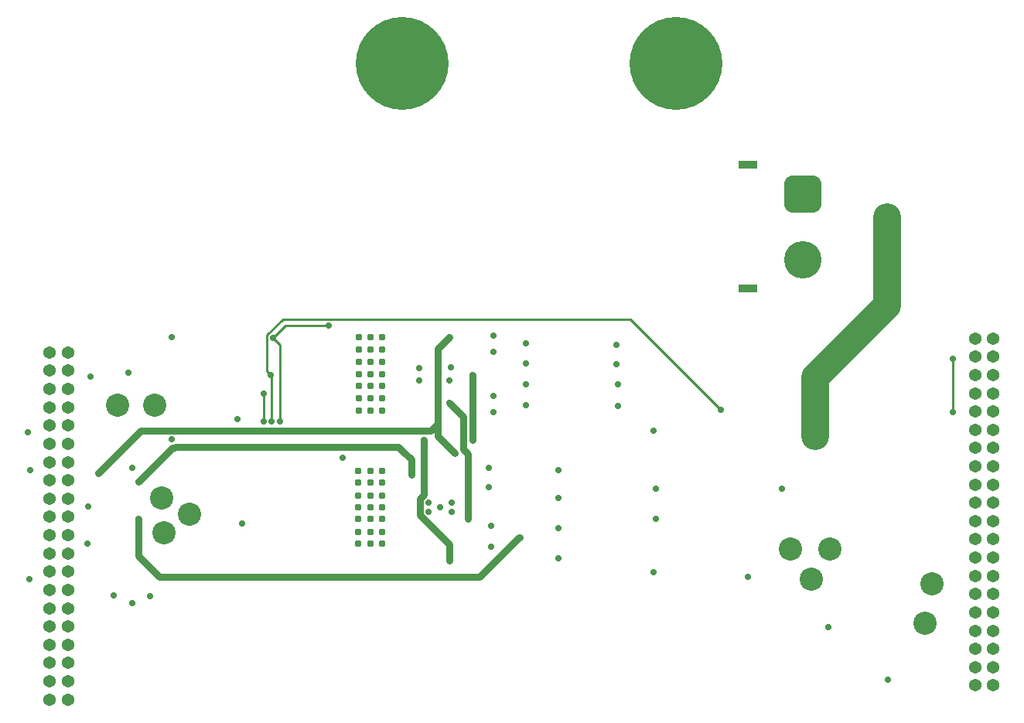
<source format=gbr>
%TF.GenerationSoftware,KiCad,Pcbnew,7.0.7*%
%TF.CreationDate,2024-03-26T08:25:24-07:00*%
%TF.ProjectId,Power-board,506f7765-722d-4626-9f61-72642e6b6963,rev?*%
%TF.SameCoordinates,Original*%
%TF.FileFunction,Copper,L4,Bot*%
%TF.FilePolarity,Positive*%
%FSLAX46Y46*%
G04 Gerber Fmt 4.6, Leading zero omitted, Abs format (unit mm)*
G04 Created by KiCad (PCBNEW 7.0.7) date 2024-03-26 08:25:24*
%MOMM*%
%LPD*%
G01*
G04 APERTURE LIST*
G04 Aperture macros list*
%AMRoundRect*
0 Rectangle with rounded corners*
0 $1 Rounding radius*
0 $2 $3 $4 $5 $6 $7 $8 $9 X,Y pos of 4 corners*
0 Add a 4 corners polygon primitive as box body*
4,1,4,$2,$3,$4,$5,$6,$7,$8,$9,$2,$3,0*
0 Add four circle primitives for the rounded corners*
1,1,$1+$1,$2,$3*
1,1,$1+$1,$4,$5*
1,1,$1+$1,$6,$7*
1,1,$1+$1,$8,$9*
0 Add four rect primitives between the rounded corners*
20,1,$1+$1,$2,$3,$4,$5,0*
20,1,$1+$1,$4,$5,$6,$7,0*
20,1,$1+$1,$6,$7,$8,$9,0*
20,1,$1+$1,$8,$9,$2,$3,0*%
G04 Aperture macros list end*
%TA.AperFunction,ComponentPad*%
%ADD10C,0.780000*%
%TD*%
%TA.AperFunction,ComponentPad*%
%ADD11C,1.371600*%
%TD*%
%TA.AperFunction,ComponentPad*%
%ADD12R,2.000000X0.900000*%
%TD*%
%TA.AperFunction,ComponentPad*%
%ADD13RoundRect,1.025000X1.025000X-1.025000X1.025000X1.025000X-1.025000X1.025000X-1.025000X-1.025000X0*%
%TD*%
%TA.AperFunction,ComponentPad*%
%ADD14C,4.100000*%
%TD*%
%TA.AperFunction,ComponentPad*%
%ADD15C,10.160000*%
%TD*%
%TA.AperFunction,ViaPad*%
%ADD16C,0.711200*%
%TD*%
%TA.AperFunction,ViaPad*%
%ADD17C,2.540000*%
%TD*%
%TA.AperFunction,Conductor*%
%ADD18C,0.762000*%
%TD*%
%TA.AperFunction,Conductor*%
%ADD19C,3.048000*%
%TD*%
%TA.AperFunction,Conductor*%
%ADD20C,0.254000*%
%TD*%
G04 APERTURE END LIST*
D10*
%TO.P,U3,29,PAD*%
%TO.N,GND*%
X104588000Y-67788000D03*
X104588000Y-69088000D03*
X104588000Y-70488000D03*
X104588000Y-71788000D03*
X104588000Y-73088000D03*
X104588003Y-74488000D03*
X104588003Y-75788000D03*
X105888000Y-69088000D03*
X105888003Y-67788000D03*
X105888003Y-70488000D03*
X105888003Y-71788000D03*
X105888003Y-73088000D03*
X105888003Y-74488000D03*
X105888005Y-75788000D03*
X107188000Y-67788000D03*
X107188000Y-69088000D03*
X107188000Y-70488000D03*
X107188000Y-71788000D03*
X107188000Y-73088000D03*
X107188002Y-74488000D03*
X107188002Y-75788000D03*
%TD*%
D11*
%TO.P,J1,A1,Pin_1*%
%TO.N,+3.3V*%
X70780000Y-69442100D03*
%TO.P,J1,A2,Pin_2*%
X72780000Y-69442100D03*
%TO.P,J1,A3,Pin_3*%
%TO.N,GND*%
X70780000Y-71442100D03*
%TO.P,J1,A4,Pin_4*%
X72780000Y-71442100D03*
%TO.P,J1,A5,Pin_5*%
%TO.N,+5V*%
X70780000Y-73442100D03*
%TO.P,J1,A6,Pin_6*%
X72780000Y-73442100D03*
%TO.P,J1,A7,Pin_7*%
X70780000Y-75442100D03*
%TO.P,J1,A8,Pin_8*%
X72780000Y-75442100D03*
%TO.P,J1,A9,Pin_9*%
%TO.N,GND*%
X70780000Y-77442100D03*
%TO.P,J1,A10,Pin_10*%
X72780000Y-77442100D03*
%TO.P,J1,A11,Pin_11*%
%TO.N,LOX_VENT+*%
X70780000Y-79442100D03*
%TO.P,J1,A12,Pin_12*%
X72780000Y-79442100D03*
%TO.P,J1,A13,Pin_13*%
%TO.N,GND*%
X70780000Y-81442100D03*
%TO.P,J1,A14,Pin_14*%
X72780000Y-81442100D03*
%TO.P,J1,A15,Pin_15*%
%TO.N,ETH_VENT+*%
X70780000Y-83442100D03*
%TO.P,J1,A16,Pin_16*%
X72780000Y-83442100D03*
%TO.P,J1,A17,Pin_17*%
%TO.N,GND*%
X70780000Y-85442100D03*
%TO.P,J1,A18,Pin_18*%
X72780000Y-85442100D03*
%TO.P,J1,A19,Pin_19*%
%TO.N,ETH_MAIN+*%
X70780000Y-87442100D03*
%TO.P,J1,A20,Pin_20*%
X72780000Y-87442100D03*
%TO.P,J1,A21,Pin_21*%
%TO.N,GND*%
X70780000Y-89442100D03*
%TO.P,J1,A22,Pin_22*%
X72780000Y-89442100D03*
%TO.P,J1,A23,Pin_23*%
%TO.N,PYRO_EX+*%
X70780000Y-91442100D03*
%TO.P,J1,A24,Pin_24*%
X72780000Y-91442100D03*
%TO.P,J1,A25,Pin_25*%
%TO.N,GND*%
X70780000Y-93442100D03*
%TO.P,J1,A26,Pin_26*%
X72780000Y-93442100D03*
%TO.P,J1,A27,Pin_27*%
%TO.N,unconnected-(J1A-Pin_27-PadA27)*%
X70780000Y-95442100D03*
%TO.P,J1,A28,Pin_28*%
%TO.N,unconnected-(J1A-Pin_28-PadA28)*%
X72780000Y-95442100D03*
%TO.P,J1,A29,Pin_29*%
%TO.N,unconnected-(J1A-Pin_29-PadA29)*%
X70780000Y-97442100D03*
%TO.P,J1,A30,Pin_30*%
%TO.N,unconnected-(J1A-Pin_30-PadA30)*%
X72780000Y-97442100D03*
%TO.P,J1,A31,Pin_31*%
%TO.N,unconnected-(J1A-Pin_31-PadA31)*%
X70780000Y-99442100D03*
%TO.P,J1,A32,Pin_32*%
%TO.N,unconnected-(J1A-Pin_32-PadA32)*%
X72780000Y-99442100D03*
%TO.P,J1,A33,Pin_33*%
%TO.N,unconnected-(J1A-Pin_33-PadA33)*%
X70780000Y-101442000D03*
%TO.P,J1,A34,Pin_34*%
%TO.N,unconnected-(J1A-Pin_34-PadA34)*%
X72780000Y-101442000D03*
%TO.P,J1,A35,Pin_35*%
%TO.N,PWR_SUP*%
X70780000Y-103442000D03*
%TO.P,J1,A36,Pin_36*%
X72780000Y-103442000D03*
%TO.P,J1,A37,Pin_37*%
X70780000Y-105442000D03*
%TO.P,J1,A38,Pin_38*%
X72780000Y-105442000D03*
%TO.P,J1,A39,Pin_39*%
X70780000Y-107442000D03*
%TO.P,J1,A40,Pin_40*%
X72780000Y-107442000D03*
%TO.P,J1,B1,Pin_1*%
%TO.N,unconnected-(J1B-Pin_1-PadB1)*%
X172050000Y-67905269D03*
%TO.P,J1,B2,Pin_2*%
%TO.N,unconnected-(J1B-Pin_2-PadB2)*%
X174050000Y-67905269D03*
%TO.P,J1,B3,Pin_3*%
%TO.N,unconnected-(J1B-Pin_3-PadB3)*%
X172050000Y-69905269D03*
%TO.P,J1,B4,Pin_4*%
%TO.N,unconnected-(J1B-Pin_4-PadB4)*%
X174050000Y-69905269D03*
%TO.P,J1,B5,Pin_5*%
%TO.N,GND*%
X172050000Y-71905269D03*
%TO.P,J1,B6,Pin_6*%
%TO.N,unconnected-(J1B-Pin_6-PadB6)*%
X174050000Y-71905269D03*
%TO.P,J1,B7,Pin_7*%
%TO.N,PYRO1EN*%
X172050000Y-73905269D03*
%TO.P,J1,B8,Pin_8*%
%TO.N,GND*%
X174050000Y-73905269D03*
%TO.P,J1,B9,Pin_9*%
X172050000Y-75905169D03*
%TO.P,J1,B10,Pin_10*%
%TO.N,unconnected-(J1B-Pin_10-PadB10)*%
X174050000Y-75905169D03*
%TO.P,J1,B11,Pin_11*%
%TO.N,unconnected-(J1B-Pin_11-PadB11)*%
X172050000Y-77905169D03*
%TO.P,J1,B12,Pin_12*%
%TO.N,unconnected-(J1B-Pin_12-PadB12)*%
X174050000Y-77905169D03*
%TO.P,J1,B13,Pin_13*%
%TO.N,unconnected-(J1B-Pin_13-PadB13)*%
X172050000Y-79905169D03*
%TO.P,J1,B14,Pin_14*%
%TO.N,unconnected-(J1B-Pin_14-PadB14)*%
X174050000Y-79905169D03*
%TO.P,J1,B15,Pin_15*%
%TO.N,unconnected-(J1B-Pin_15-PadB15)*%
X172050000Y-81905169D03*
%TO.P,J1,B16,Pin_16*%
%TO.N,unconnected-(J1B-Pin_16-PadB16)*%
X174050000Y-81905169D03*
%TO.P,J1,B17,Pin_17*%
%TO.N,GND*%
X172050000Y-83905169D03*
%TO.P,J1,B18,Pin_18*%
X174050000Y-83905169D03*
%TO.P,J1,B19,Pin_19*%
%TO.N,unconnected-(J1B-Pin_19-PadB19)*%
X172050000Y-85905169D03*
%TO.P,J1,B20,Pin_20*%
%TO.N,PYRO2EN*%
X174050000Y-85905169D03*
%TO.P,J1,B21,Pin_21*%
%TO.N,unconnected-(J1B-Pin_21-PadB21)*%
X172050000Y-87905169D03*
%TO.P,J1,B22,Pin_22*%
%TO.N,PYRO3EN*%
X174050000Y-87905169D03*
%TO.P,J1,B23,Pin_23*%
%TO.N,unconnected-(J1B-Pin_23-PadB23)*%
X172050000Y-89905169D03*
%TO.P,J1,B24,Pin_24*%
%TO.N,PYRO4EN*%
X174050000Y-89905169D03*
%TO.P,J1,B25,Pin_25*%
%TO.N,GND*%
X172050000Y-91905169D03*
%TO.P,J1,B26,Pin_26*%
X174050000Y-91905169D03*
%TO.P,J1,B27,Pin_27*%
%TO.N,unconnected-(J1B-Pin_27-PadB27)*%
X172050000Y-93905169D03*
%TO.P,J1,B28,Pin_28*%
%TO.N,unconnected-(J1B-Pin_28-PadB28)*%
X174050000Y-93905169D03*
%TO.P,J1,B29,Pin_29*%
%TO.N,unconnected-(J1B-Pin_29-PadB29)*%
X172050000Y-95905169D03*
%TO.P,J1,B30,Pin_30*%
%TO.N,unconnected-(J1B-Pin_30-PadB30)*%
X174050000Y-95905169D03*
%TO.P,J1,B31,Pin_31*%
%TO.N,unconnected-(J1B-Pin_31-PadB31)*%
X172050000Y-97905169D03*
%TO.P,J1,B32,Pin_32*%
%TO.N,unconnected-(J1B-Pin_32-PadB32)*%
X174050000Y-97905169D03*
%TO.P,J1,B33,Pin_33*%
%TO.N,GND*%
X172050000Y-99905169D03*
%TO.P,J1,B34,Pin_34*%
X174050000Y-99905169D03*
%TO.P,J1,B35,Pin_35*%
%TO.N,unconnected-(J1B-Pin_35-PadB35)*%
X172050000Y-101905169D03*
%TO.P,J1,B36,Pin_36*%
%TO.N,unconnected-(J1B-Pin_36-PadB36)*%
X174050000Y-101905169D03*
%TO.P,J1,B37,Pin_37*%
%TO.N,unconnected-(J1B-Pin_37-PadB37)*%
X172050000Y-103905169D03*
%TO.P,J1,B38,Pin_38*%
%TO.N,unconnected-(J1B-Pin_38-PadB38)*%
X174050000Y-103905169D03*
%TO.P,J1,B39,Pin_39*%
%TO.N,unconnected-(J1B-Pin_39-PadB39)*%
X172050000Y-105905169D03*
%TO.P,J1,B40,Pin_40*%
%TO.N,unconnected-(J1B-Pin_40-PadB40)*%
X174050000Y-105905169D03*
%TD*%
D10*
%TO.P,U2,29,PAD*%
%TO.N,GND*%
X104557997Y-82390000D03*
X104557997Y-83690000D03*
X104557997Y-85090000D03*
X104557997Y-86390000D03*
X104557997Y-87690000D03*
X104558000Y-89090000D03*
X104558000Y-90390000D03*
X105857997Y-83690000D03*
X105858000Y-82390000D03*
X105858000Y-85090000D03*
X105858000Y-86390000D03*
X105858000Y-87690000D03*
X105858000Y-89090000D03*
X105858002Y-90390000D03*
X107157997Y-82390000D03*
X107157997Y-83690000D03*
X107157997Y-85090000D03*
X107157997Y-86390000D03*
X107157997Y-87690000D03*
X107157999Y-89090000D03*
X107157999Y-90390000D03*
%TD*%
D12*
%TO.P,J2,*%
%TO.N,*%
X147167600Y-62420400D03*
X147167600Y-48920400D03*
D13*
%TO.P,J2,1,1*%
%TO.N,/BAT1_+_pre*%
X153167600Y-52070400D03*
D14*
%TO.P,J2,2,2*%
%TO.N,GND*%
X153167600Y-59270400D03*
%TD*%
D15*
%TO.P,J5,1,Pin_1*%
%TO.N,/BAT1_+_pre*%
X139350000Y-37782000D03*
%TO.P,J5,2,Pin_2*%
%TO.N,GND*%
X109380000Y-37782000D03*
%TD*%
D16*
%TO.N,GND*%
X91850000Y-88200000D03*
X132842000Y-70739000D03*
X74900000Y-90350000D03*
X75000000Y-86300000D03*
X79400000Y-71650000D03*
X84100000Y-67800000D03*
X126492000Y-82296000D03*
X91300000Y-76700000D03*
X122936000Y-72898000D03*
X75250000Y-72100000D03*
X68600000Y-82300000D03*
X122936000Y-75184000D03*
X119380000Y-74168000D03*
X119380000Y-67564000D03*
X68350000Y-78200000D03*
X126492000Y-88646000D03*
X122936000Y-70612000D03*
X122936000Y-68453000D03*
X102870000Y-80946600D03*
X126492000Y-91948000D03*
X119126000Y-90678000D03*
X118872000Y-82042000D03*
X119380000Y-75946000D03*
X79800000Y-82050000D03*
X118872000Y-84223400D03*
X126492000Y-85344000D03*
X68575000Y-94275000D03*
X132842000Y-68580000D03*
X137091999Y-87670001D03*
X132969000Y-72898000D03*
X136837999Y-93512001D03*
X132969000Y-75311000D03*
X162557500Y-105277000D03*
X136837999Y-78018001D03*
X147228500Y-94052000D03*
X84100000Y-78914600D03*
X119380000Y-69342000D03*
X155985500Y-99496000D03*
X150935500Y-84396000D03*
X137091999Y-84368001D03*
X119126000Y-88392000D03*
D17*
%TO.N,V_ALL+*%
X83312000Y-89154000D03*
X82296000Y-75184000D03*
D16*
X112268000Y-86868000D03*
X111252000Y-71120000D03*
D17*
X151892000Y-90932000D03*
D16*
X114554000Y-72542400D03*
D17*
X154178000Y-94234000D03*
D16*
X77750000Y-96050000D03*
X112268000Y-85852000D03*
D17*
X167386000Y-94742000D03*
D16*
X114808000Y-85852000D03*
D17*
X156210000Y-90932000D03*
D16*
X79790000Y-96860000D03*
X114706400Y-71069200D03*
D17*
X78232000Y-75184000D03*
X86106000Y-87122000D03*
D16*
X113538000Y-86360000D03*
X81750000Y-96150000D03*
D17*
X83058000Y-85344000D03*
D16*
X114808000Y-86868000D03*
D17*
X166624000Y-99060000D03*
D16*
X111252000Y-72491600D03*
%TO.N,LOX_VENT+*%
X114554000Y-67735001D03*
X115130001Y-80435001D03*
X76073000Y-82677000D03*
D17*
%TO.N,/BAT1_+_pre*%
X154581900Y-78620000D03*
X162407600Y-54610000D03*
D16*
%TO.N,ETH_VENT+*%
X110383401Y-82804000D03*
X109474000Y-80264000D03*
X117094000Y-71882000D03*
X80518000Y-83566000D03*
X117094000Y-78994000D03*
%TO.N,ETH_MAIIN+*%
X114554000Y-74930000D03*
X116586000Y-87630000D03*
%TO.N,PYRO_EX+*%
X114554000Y-92202000D03*
X111760000Y-78994000D03*
%TO.N,ETH_MAIN+*%
X80518000Y-87630000D03*
X122242000Y-89662000D03*
%TO.N,PYRO1EN*%
X95250000Y-67818000D03*
X101346000Y-66468600D03*
X96012000Y-76962000D03*
%TO.N,PYRO2EN*%
X169672000Y-75946000D03*
X95065803Y-76962000D03*
X169672000Y-70104000D03*
X94996000Y-71882000D03*
X144272000Y-75692000D03*
%TO.N,PYRO3EN*%
X94234000Y-73914000D03*
X94154600Y-76962000D03*
%TD*%
D18*
%TO.N,LOX_VENT+*%
X113284000Y-78589000D02*
X115130001Y-80435001D01*
X113284000Y-69005001D02*
X113284000Y-78589000D01*
X80772000Y-77978000D02*
X76073000Y-82677000D01*
X114554000Y-67735001D02*
X113284000Y-69005001D01*
X113284000Y-77216000D02*
X112522000Y-77978000D01*
X112522000Y-77978000D02*
X80772000Y-77978000D01*
D19*
%TO.N,/BAT1_+_pre*%
X154581900Y-72138500D02*
X162407600Y-64312800D01*
X162407600Y-64312800D02*
X162407600Y-54610000D01*
X154581900Y-78620000D02*
X154581900Y-72138500D01*
D18*
%TO.N,ETH_VENT+*%
X117094000Y-78994000D02*
X117094000Y-71882000D01*
X110383401Y-82804000D02*
X110383401Y-81173401D01*
X84232800Y-79851200D02*
X80518000Y-83566000D01*
X109474000Y-80264000D02*
X108966000Y-79756000D01*
X84583153Y-79756000D02*
X84487953Y-79851200D01*
X110383401Y-81173401D02*
X109474000Y-80264000D01*
X108966000Y-79756000D02*
X84583153Y-79756000D01*
X84487953Y-79851200D02*
X84232800Y-79851200D01*
%TO.N,ETH_MAIIN+*%
X116078000Y-76454000D02*
X114554000Y-74930000D01*
X116586000Y-87630000D02*
X116586000Y-80530526D01*
X116078000Y-80022526D02*
X116078000Y-76454000D01*
X116586000Y-80530526D02*
X116078000Y-80022526D01*
%TO.N,PYRO_EX+*%
X111331400Y-87255953D02*
X114554000Y-90478553D01*
X114554000Y-90478553D02*
X114554000Y-92202000D01*
X111331400Y-85464047D02*
X111331400Y-87255953D01*
X111760000Y-78994000D02*
X111760000Y-85035447D01*
X111760000Y-85035447D02*
X111331400Y-85464047D01*
%TO.N,ETH_MAIN+*%
X80518000Y-87630000D02*
X80518000Y-91694000D01*
X80518000Y-91694000D02*
X82804000Y-93980000D01*
X82804000Y-93980000D02*
X117856000Y-93980000D01*
X122174000Y-89662000D02*
X122242000Y-89662000D01*
X117856000Y-93980000D02*
X122174000Y-89662000D01*
D20*
%TO.N,PYRO1EN*%
X95250000Y-67818000D02*
X96012000Y-68580000D01*
X101346000Y-66468600D02*
X96599400Y-66468600D01*
X96012000Y-68580000D02*
X96012000Y-76962000D01*
X96599400Y-66468600D02*
X95250000Y-67818000D01*
%TO.N,PYRO2EN*%
X95065803Y-71951803D02*
X95065803Y-76962000D01*
X94567400Y-67535257D02*
X94567400Y-71453400D01*
X94567400Y-71453400D02*
X94996000Y-71882000D01*
X144272000Y-75692000D02*
X134366000Y-65786000D01*
X96316657Y-65786000D02*
X94567400Y-67535257D01*
X94996000Y-71882000D02*
X95065803Y-71951803D01*
X169672000Y-70104000D02*
X169672000Y-75946000D01*
X134366000Y-65786000D02*
X96316657Y-65786000D01*
%TO.N,PYRO3EN*%
X94234000Y-73914000D02*
X94154600Y-73993400D01*
X94154600Y-73993400D02*
X94154600Y-76962000D01*
%TD*%
M02*

</source>
